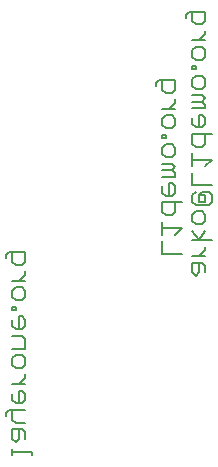
<source format=gbo>
G75*
%MOIN*%
%OFA0B0*%
%FSLAX24Y24*%
%IPPOS*%
%LPD*%
%AMOC8*
5,1,8,0,0,1.08239X$1,22.5*
%
%ADD10C,0.0060*%
D10*
X001657Y003490D02*
X001657Y003704D01*
X001657Y003597D02*
X002298Y003597D01*
X002298Y003490D01*
X001764Y003920D02*
X001871Y004026D01*
X001871Y004347D01*
X001978Y004347D02*
X001657Y004347D01*
X001657Y004026D01*
X001764Y003920D01*
X002084Y004026D02*
X002084Y004240D01*
X001978Y004347D01*
X002084Y004564D02*
X001764Y004564D01*
X001657Y004671D01*
X001657Y004991D01*
X001551Y004991D02*
X001444Y004885D01*
X001444Y004778D01*
X001551Y004991D02*
X002084Y004991D01*
X001978Y005209D02*
X001764Y005209D01*
X001657Y005316D01*
X001657Y005529D01*
X001871Y005636D02*
X001871Y005209D01*
X001978Y005209D02*
X002084Y005316D01*
X002084Y005529D01*
X001978Y005636D01*
X001871Y005636D01*
X001871Y005853D02*
X002084Y006067D01*
X002084Y006174D01*
X001978Y006390D02*
X001764Y006390D01*
X001657Y006497D01*
X001657Y006711D01*
X001764Y006818D01*
X001978Y006818D01*
X002084Y006711D01*
X002084Y006497D01*
X001978Y006390D01*
X002084Y005853D02*
X001657Y005853D01*
X001657Y007035D02*
X002084Y007035D01*
X002084Y007355D01*
X001978Y007462D01*
X001657Y007462D01*
X001764Y007680D02*
X001657Y007786D01*
X001657Y008000D01*
X001871Y008107D02*
X001871Y007680D01*
X001764Y007680D02*
X001978Y007680D01*
X002084Y007786D01*
X002084Y008000D01*
X001978Y008107D01*
X001871Y008107D01*
X001764Y008324D02*
X001657Y008324D01*
X001657Y008431D01*
X001764Y008431D01*
X001764Y008324D01*
X001764Y008646D02*
X001657Y008753D01*
X001657Y008967D01*
X001764Y009073D01*
X001978Y009073D01*
X002084Y008967D01*
X002084Y008753D01*
X001978Y008646D01*
X001764Y008646D01*
X001657Y009291D02*
X002084Y009291D01*
X001871Y009291D02*
X002084Y009504D01*
X002084Y009611D01*
X001978Y009828D02*
X001764Y009828D01*
X001657Y009935D01*
X001657Y010255D01*
X001551Y010255D02*
X002084Y010255D01*
X002084Y009935D01*
X001978Y009828D01*
X001551Y010255D02*
X001444Y010148D01*
X001444Y010042D01*
X006657Y010190D02*
X006657Y010617D01*
X006657Y010835D02*
X006657Y011262D01*
X006657Y011048D02*
X007298Y011048D01*
X007084Y010835D01*
X007657Y010968D02*
X007871Y010648D01*
X008084Y010968D01*
X007978Y011185D02*
X007764Y011185D01*
X007657Y011292D01*
X007657Y011505D01*
X007764Y011612D01*
X007978Y011612D01*
X008084Y011505D01*
X008084Y011292D01*
X007978Y011185D01*
X007657Y010648D02*
X008298Y010648D01*
X008084Y010431D02*
X008084Y010324D01*
X007871Y010111D01*
X008084Y010111D02*
X007657Y010111D01*
X007657Y009893D02*
X007657Y009573D01*
X007764Y009466D01*
X007871Y009573D01*
X007871Y009893D01*
X007978Y009893D02*
X007657Y009893D01*
X007978Y009893D02*
X008084Y009787D01*
X008084Y009573D01*
X007298Y010190D02*
X006657Y010190D01*
X006764Y011479D02*
X006978Y011479D01*
X007084Y011586D01*
X007084Y011906D01*
X007298Y011906D02*
X006657Y011906D01*
X006657Y011586D01*
X006764Y011479D01*
X006764Y012124D02*
X006978Y012124D01*
X007084Y012230D01*
X007084Y012444D01*
X006978Y012551D01*
X006871Y012551D01*
X006871Y012124D01*
X006764Y012124D02*
X006657Y012230D01*
X006657Y012444D01*
X006657Y012768D02*
X007084Y012768D01*
X007084Y012875D01*
X006978Y012982D01*
X007084Y013088D01*
X006978Y013195D01*
X006657Y013195D01*
X006657Y012982D02*
X006978Y012982D01*
X006978Y013413D02*
X006764Y013413D01*
X006657Y013520D01*
X006657Y013733D01*
X006764Y013840D01*
X006978Y013840D01*
X007084Y013733D01*
X007084Y013520D01*
X006978Y013413D01*
X006764Y014057D02*
X006764Y014164D01*
X006657Y014164D01*
X006657Y014057D01*
X006764Y014057D01*
X006764Y014380D02*
X006657Y014486D01*
X006657Y014700D01*
X006764Y014807D01*
X006978Y014807D01*
X007084Y014700D01*
X007084Y014486D01*
X006978Y014380D01*
X006764Y014380D01*
X006657Y015024D02*
X007084Y015024D01*
X006871Y015024D02*
X007084Y015238D01*
X007084Y015344D01*
X006978Y015561D02*
X006764Y015561D01*
X006657Y015668D01*
X006657Y015988D01*
X006551Y015988D02*
X007084Y015988D01*
X007084Y015668D01*
X006978Y015561D01*
X006444Y015775D02*
X006444Y015882D01*
X006551Y015988D01*
X007657Y016017D02*
X007657Y015804D01*
X007764Y015697D01*
X007978Y015697D01*
X008084Y015804D01*
X008084Y016017D01*
X007978Y016124D01*
X007764Y016124D01*
X007657Y016017D01*
X007657Y016341D02*
X007657Y016448D01*
X007764Y016448D01*
X007764Y016341D01*
X007657Y016341D01*
X007764Y016664D02*
X007657Y016771D01*
X007657Y016984D01*
X007764Y017091D01*
X007978Y017091D01*
X008084Y016984D01*
X008084Y016771D01*
X007978Y016664D01*
X007764Y016664D01*
X007657Y017308D02*
X008084Y017308D01*
X007871Y017308D02*
X008084Y017522D01*
X008084Y017629D01*
X007978Y017845D02*
X007764Y017845D01*
X007657Y017952D01*
X007657Y018272D01*
X007551Y018272D02*
X007444Y018166D01*
X007444Y018059D01*
X007551Y018272D02*
X008084Y018272D01*
X008084Y017952D01*
X007978Y017845D01*
X007978Y015479D02*
X007657Y015479D01*
X007657Y015266D02*
X007978Y015266D01*
X008084Y015373D01*
X007978Y015479D01*
X007978Y015266D02*
X008084Y015159D01*
X008084Y015052D01*
X007657Y015052D01*
X007871Y014835D02*
X007871Y014408D01*
X007978Y014408D02*
X008084Y014515D01*
X008084Y014728D01*
X007978Y014835D01*
X007871Y014835D01*
X007657Y014728D02*
X007657Y014515D01*
X007764Y014408D01*
X007978Y014408D01*
X008084Y014190D02*
X008084Y013870D01*
X007978Y013763D01*
X007764Y013763D01*
X007657Y013870D01*
X007657Y014190D01*
X008298Y014190D01*
X007657Y013546D02*
X007657Y013119D01*
X007657Y013332D02*
X008298Y013332D01*
X008084Y013119D01*
X007657Y012901D02*
X007657Y012474D01*
X008298Y012474D01*
X008191Y012257D02*
X007978Y012257D01*
X007871Y012150D01*
X008084Y012150D01*
X008084Y011936D01*
X007871Y011936D01*
X007871Y012150D01*
X007764Y012257D02*
X007657Y012150D01*
X007657Y011936D01*
X007764Y011830D01*
X008191Y011830D01*
X008298Y011936D01*
X008298Y012150D01*
X008191Y012257D01*
M02*

</source>
